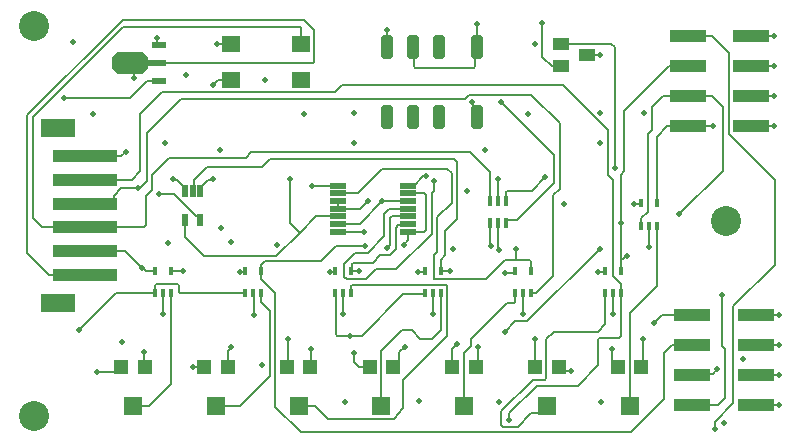
<source format=gbr>
%TF.GenerationSoftware,Altium Limited,Altium Designer,21.1.1 (26)*%
G04 Layer_Physical_Order=1*
G04 Layer_Color=255*
%FSLAX26Y26*%
%MOIN*%
%TF.SameCoordinates,5075B572-C75D-40FD-B4B0-80468548393A*%
%TF.FilePolarity,Positive*%
%TF.FileFunction,Copper,L1,Top,Signal*%
%TF.Part,Single*%
G01*
G75*
%TA.AperFunction,SMDPad,CuDef*%
%ADD10R,0.047244X0.047244*%
%ADD11R,0.062992X0.059055*%
%ADD12R,0.013780X0.027559*%
%ADD13R,0.122047X0.039370*%
G04:AMPARAMS|DCode=14|XSize=39.37mil|YSize=78.74mil|CornerRadius=9.842mil|HoleSize=0mil|Usage=FLASHONLY|Rotation=180.000|XOffset=0mil|YOffset=0mil|HoleType=Round|Shape=RoundedRectangle|*
%AMROUNDEDRECTD14*
21,1,0.039370,0.059055,0,0,180.0*
21,1,0.019685,0.078740,0,0,180.0*
1,1,0.019685,-0.009843,0.029528*
1,1,0.019685,0.009843,0.029528*
1,1,0.019685,0.009843,-0.029528*
1,1,0.019685,-0.009843,-0.029528*
%
%ADD14ROUNDEDRECTD14*%
G04:AMPARAMS|DCode=15|XSize=70.866mil|YSize=118.11mil|CornerRadius=0mil|HoleSize=0mil|Usage=FLASHONLY|Rotation=270.000|XOffset=0mil|YOffset=0mil|HoleType=Round|Shape=Octagon|*
%AMOCTAGOND15*
4,1,8,0.059055,0.017716,0.059055,-0.017716,0.041339,-0.035433,-0.041339,-0.035433,-0.059055,-0.017716,-0.059055,0.017716,-0.041339,0.035433,0.041339,0.035433,0.059055,0.017716,0.0*
%
%ADD15OCTAGOND15*%

%ADD16R,0.047244X0.019685*%
%ADD17R,0.062992X0.019685*%
%ADD18R,0.059055X0.055118*%
%ADD19R,0.055118X0.039370*%
G04:AMPARAMS|DCode=20|XSize=15.748mil|YSize=33.465mil|CornerRadius=3.937mil|HoleSize=0mil|Usage=FLASHONLY|Rotation=0.000|XOffset=0mil|YOffset=0mil|HoleType=Round|Shape=RoundedRectangle|*
%AMROUNDEDRECTD20*
21,1,0.015748,0.025591,0,0,0.0*
21,1,0.007874,0.033465,0,0,0.0*
1,1,0.007874,0.003937,-0.012795*
1,1,0.007874,-0.003937,-0.012795*
1,1,0.007874,-0.003937,0.012795*
1,1,0.007874,0.003937,0.012795*
%
%ADD20ROUNDEDRECTD20*%
G04:AMPARAMS|DCode=21|XSize=17.716mil|YSize=55.118mil|CornerRadius=1.949mil|HoleSize=0mil|Usage=FLASHONLY|Rotation=90.000|XOffset=0mil|YOffset=0mil|HoleType=Round|Shape=RoundedRectangle|*
%AMROUNDEDRECTD21*
21,1,0.017716,0.051221,0,0,90.0*
21,1,0.013819,0.055118,0,0,90.0*
1,1,0.003898,0.025610,0.006910*
1,1,0.003898,0.025610,-0.006910*
1,1,0.003898,-0.025610,-0.006910*
1,1,0.003898,-0.025610,0.006910*
%
%ADD21ROUNDEDRECTD21*%
G04:AMPARAMS|DCode=22|XSize=17.716mil|YSize=41.339mil|CornerRadius=1.949mil|HoleSize=0mil|Usage=FLASHONLY|Rotation=0.000|XOffset=0mil|YOffset=0mil|HoleType=Round|Shape=RoundedRectangle|*
%AMROUNDEDRECTD22*
21,1,0.017716,0.037441,0,0,0.0*
21,1,0.013819,0.041339,0,0,0.0*
1,1,0.003898,0.006910,-0.018721*
1,1,0.003898,-0.006910,-0.018721*
1,1,0.003898,-0.006910,0.018721*
1,1,0.003898,0.006910,0.018721*
%
%ADD22ROUNDEDRECTD22*%
%ADD23R,0.118110X0.062992*%
%ADD24R,0.216535X0.039370*%
%TA.AperFunction,Conductor*%
%ADD25C,0.008000*%
%TA.AperFunction,ViaPad*%
%ADD26C,0.019000*%
%ADD27C,0.100000*%
D10*
X2394796Y1205866D02*
D03*
X2473536D02*
D03*
X1567296D02*
D03*
X1646036D02*
D03*
X1370204D02*
D03*
X1291464D02*
D03*
X2118964D02*
D03*
X2197706D02*
D03*
X1015630D02*
D03*
X1094370D02*
D03*
X1843130D02*
D03*
X1921870D02*
D03*
X2749370D02*
D03*
X2670630D02*
D03*
D11*
X2434166Y1077914D02*
D03*
X1606666D02*
D03*
X1330834D02*
D03*
X2158336D02*
D03*
X1055000D02*
D03*
X1882500D02*
D03*
X2710000D02*
D03*
D12*
X2328826Y1527402D02*
D03*
X2380006D02*
D03*
Y1452598D02*
D03*
X2354416D02*
D03*
X2328826D02*
D03*
X2028972Y1527402D02*
D03*
X2080152D02*
D03*
Y1452598D02*
D03*
X2054562D02*
D03*
X2028972D02*
D03*
X1729118D02*
D03*
X1754708D02*
D03*
X1780298D02*
D03*
Y1527402D02*
D03*
X1729118D02*
D03*
X1429264D02*
D03*
X1480444D02*
D03*
Y1452598D02*
D03*
X1454854D02*
D03*
X1429264D02*
D03*
X1129410Y1527402D02*
D03*
X1180590D02*
D03*
Y1452598D02*
D03*
X1155000D02*
D03*
X1129410D02*
D03*
X2628678D02*
D03*
X2654268D02*
D03*
X2679858D02*
D03*
Y1527402D02*
D03*
X2628678D02*
D03*
X2749410Y1678448D02*
D03*
X2775000D02*
D03*
X2800590D02*
D03*
Y1753252D02*
D03*
X2749410D02*
D03*
D13*
X3131300Y1080000D02*
D03*
Y1180000D02*
D03*
X2918700Y1080000D02*
D03*
Y1180000D02*
D03*
X3131300Y1280000D02*
D03*
X2918700D02*
D03*
X3131300Y1380000D02*
D03*
X2918700D02*
D03*
X2903700Y2310238D02*
D03*
X3116300D02*
D03*
X2903700Y2210238D02*
D03*
X3116300D02*
D03*
X2903700Y2110238D02*
D03*
Y2010238D02*
D03*
X3116300Y2110238D02*
D03*
Y2010238D02*
D03*
D14*
X2200984Y2038780D02*
D03*
X2075000D02*
D03*
X1901772Y2275000D02*
D03*
X1988386D02*
D03*
X2075000D02*
D03*
X1988386Y2038780D02*
D03*
X1901772D02*
D03*
X2200984Y2275000D02*
D03*
D15*
X1043504Y2219882D02*
D03*
D16*
X1141930Y2278938D02*
D03*
Y2160826D02*
D03*
D17*
X1134056Y2219882D02*
D03*
D18*
X1380000Y2164700D02*
D03*
Y2282812D02*
D03*
X1615000Y2164700D02*
D03*
Y2282812D02*
D03*
D19*
X2568308Y2246654D02*
D03*
X2481692Y2209252D02*
D03*
Y2284056D02*
D03*
D20*
X2246170Y1760236D02*
D03*
X2297352Y1687402D02*
D03*
X2246170D02*
D03*
X2297352Y1760236D02*
D03*
X2271762Y1687402D02*
D03*
Y1760236D02*
D03*
D21*
X1971854Y1658228D02*
D03*
Y1683820D02*
D03*
Y1709410D02*
D03*
Y1735000D02*
D03*
Y1760592D02*
D03*
Y1786182D02*
D03*
Y1811772D02*
D03*
X1739570Y1658228D02*
D03*
Y1683820D02*
D03*
Y1709410D02*
D03*
Y1735000D02*
D03*
Y1760592D02*
D03*
Y1786182D02*
D03*
Y1811772D02*
D03*
D22*
X1279338Y1793228D02*
D03*
X1253748D02*
D03*
X1228158D02*
D03*
Y1696772D02*
D03*
X1279338D02*
D03*
D23*
X805926Y2003228D02*
D03*
Y1420552D02*
D03*
D24*
X894508Y1908740D02*
D03*
Y1515040D02*
D03*
Y1830000D02*
D03*
Y1593780D02*
D03*
Y1751260D02*
D03*
Y1672520D02*
D03*
D25*
X3027000Y1102000D02*
Y1267534D01*
X3016920Y1277614D02*
Y1446125D01*
Y1277614D02*
X3027000Y1267534D01*
X3005000Y1080000D02*
X3027000Y1102000D01*
X2876000Y1716000D02*
Y1716000D01*
X3020000Y1860000D01*
X3049478Y1976553D02*
X3195000Y1831031D01*
X3049477Y1976553D02*
X3049478D01*
X3195000Y1548000D02*
Y1831031D01*
X3041276Y1984754D02*
X3049477Y1976553D01*
X3041276Y1984754D02*
Y2252962D01*
X3056276Y1409276D02*
X3195000Y1548000D01*
X751686Y1673314D02*
X803314D01*
X720000Y1705000D02*
X751686Y1673314D01*
X803314D02*
X810000Y1680000D01*
X1020000Y2365000D02*
X1625000D01*
X702000Y1587726D02*
X774686Y1515040D01*
X720000Y1705000D02*
Y2039544D01*
X702000Y2047000D02*
X1020000Y2365000D01*
X702000Y1587726D02*
Y2047000D01*
X2246170Y1760236D02*
Y1855830D01*
X2177500Y1924500D02*
X2246170Y1855830D01*
X1430000Y1905000D02*
X1449500Y1924500D01*
X2177500D01*
X1118500Y1796734D02*
Y1848000D01*
X1098500Y1680000D02*
Y1776734D01*
X1118500Y1796734D01*
X1091020Y1672520D02*
X1098500Y1680000D01*
X894508Y1672520D02*
X1091020D01*
X1118500Y1848000D02*
X1175500Y1905000D01*
X1430000D01*
X1020456Y2340000D02*
X1610314D01*
X720000Y2039544D02*
X1020456Y2340000D01*
X1615000Y2282812D02*
Y2335314D01*
X1610314Y2340000D02*
X1615000Y2335314D01*
X1659000Y2224686D02*
Y2331000D01*
X1654314Y2220000D02*
X1659000Y2224686D01*
X1179360Y2220000D02*
X1654314D01*
X1625000Y2365000D02*
X1659000Y2331000D01*
X1812000Y1735000D02*
X1837617Y1760617D01*
X2685657Y1565657D02*
X2688180D01*
X2679858Y1603858D02*
X2680000Y1604000D01*
X2699023Y1576500D02*
X2702000D01*
X2679858Y1560000D02*
Y1603858D01*
X2680000Y1560000D02*
X2685657Y1565657D01*
X2688180D02*
X2699023Y1576500D01*
X2679858Y1527402D02*
Y1560000D01*
X2680000Y1604000D02*
Y1685500D01*
X2368833Y1358833D02*
X2610000Y1600000D01*
X2328833Y1358833D02*
X2368833D01*
X2295000Y1325000D02*
X2328833Y1358833D01*
X2382896Y1452000D02*
X2396544D01*
X2382298Y1452598D02*
X2382896Y1452000D01*
X2396544D02*
X2455000Y1510456D01*
X2380006Y1452598D02*
X2382298D01*
X2455000Y1510456D02*
Y1779820D01*
X2433000Y1300000D02*
X2458000Y1325000D01*
X2603678D01*
X2433000Y1169686D02*
Y1300000D01*
X2395000Y1206070D02*
Y1301117D01*
X2394796Y1205866D02*
X2395000Y1206070D01*
X2775000Y1605476D02*
Y1678448D01*
X2655000Y1509858D02*
Y1829442D01*
Y1509858D02*
X2679858Y1485000D01*
Y1685500D02*
Y1847942D01*
X2636500D02*
X2655000Y1829442D01*
X2603678Y1325000D02*
X2628678Y1350000D01*
X2080152Y1528000D02*
X2110000D01*
X1785362Y1480378D02*
X2096936D01*
X2102000Y1475314D01*
X1780298D02*
X1785362Y1480378D01*
X2059000Y1499622D02*
X2230622D01*
X2068000Y1705710D02*
X2117290Y1755000D01*
X2068000Y1589478D02*
Y1705710D01*
X2059000Y1580478D02*
X2068000Y1589478D01*
X2059000Y1499622D02*
Y1580478D01*
X2230622Y1499622D02*
X2295000Y1564000D01*
X2117290Y1755000D02*
Y1853710D01*
X2054562Y1382333D02*
Y1452598D01*
X875552Y1330552D02*
X875824D01*
X875000Y1330000D02*
X875552Y1330552D01*
X875824D02*
X997870Y1452598D01*
X1129410D01*
X1092063Y1208173D02*
Y1256897D01*
Y1208173D02*
X1094370Y1205866D01*
X825000Y2105000D02*
X1046078D01*
X1134056Y2219882D02*
X1179242D01*
X1100000D02*
X1134056D01*
X1179242D02*
X1179360Y2220000D01*
X1190694Y1782421D02*
X1190695D01*
X1188115Y1785000D02*
X1190694Y1782421D01*
X1140000Y1785000D02*
X1188115D01*
X2354416Y1382333D02*
Y1452598D01*
X2654268Y1382333D02*
Y1452598D01*
X1822300Y1658228D02*
X1823368Y1657159D01*
X1739570Y1658228D02*
X1822300D01*
X1812118Y1683820D02*
X1883222Y1760592D01*
X1739570Y1683820D02*
X1812118D01*
X1754708Y1382333D02*
Y1452598D01*
X2411252Y1055000D02*
X2434166Y1077914D01*
X2287686Y1007500D02*
X2336500D01*
X2383686Y1055000D02*
X2411252D01*
X2336500Y1007500D02*
X2379000Y1050000D01*
Y1050314D01*
X2383686Y1055000D01*
X2387000Y1165000D02*
X2428314D01*
X2433000Y1169686D01*
X2283000Y1061000D02*
X2387000Y1165000D01*
X2473536Y1205866D02*
X2484402Y1195000D01*
X2510000D01*
X2473536Y1205866D02*
X2481166Y1213496D01*
X2755000Y1211496D02*
Y1301117D01*
X2651279Y1225217D02*
X2670630Y1205866D01*
X2651279Y1225217D02*
Y1266236D01*
X2626276Y1525000D02*
X2628678Y1527402D01*
X2605000Y1525000D02*
X2626276D01*
X2295205Y1519535D02*
X2325936D01*
X2328826Y1522425D01*
Y1527402D01*
X2375314Y1564000D02*
X2380000Y1559314D01*
X2330000Y1564000D02*
X2375314D01*
X2330000D02*
Y1601500D01*
X2380000Y1527408D02*
X2380006Y1527402D01*
X2380000Y1527408D02*
Y1559314D01*
X2271761Y1832658D02*
X2271762Y1832658D01*
Y1760236D02*
Y1832658D01*
Y1760236D02*
X2271762Y1760236D01*
X2297352D02*
Y1790314D01*
X2302038Y1795000D02*
X2384000D01*
X2297352Y1790314D02*
X2302038Y1795000D01*
X2384000D02*
X2429000Y1840000D01*
X2271762Y1599888D02*
Y1687402D01*
X2246170Y1611330D02*
Y1687402D01*
X2271762Y1599888D02*
X2273162Y1598488D01*
X2246170Y1611330D02*
X2246500Y1611000D01*
X1804000Y1786182D02*
X1885843Y1868025D01*
X1990555Y1811772D02*
X2021203Y1842420D01*
X2028983D01*
X1971854Y1811772D02*
X1990555D01*
X2028983Y1842420D02*
X2031088Y1844525D01*
X2102975Y1868025D02*
X2117290Y1853710D01*
X1885843Y1868025D02*
X2102975D01*
X2059000Y1795000D02*
Y1826000D01*
X2050000Y1786000D02*
X2059000Y1795000D01*
X1300000Y1875000D02*
X1485000D01*
X1256480Y1831480D02*
X1300000Y1875000D01*
X1256480Y1795960D02*
Y1831480D01*
X1485000Y1875000D02*
X1510000Y1900000D01*
X1319895Y1829895D02*
X1322000Y1832000D01*
X1279338Y1805039D02*
X1304194Y1829895D01*
X1319895D01*
X1253748Y1793228D02*
X1256480Y1795960D01*
X1279338Y1793228D02*
Y1805039D01*
X2080152Y1528000D02*
Y1565152D01*
Y1527402D02*
Y1528000D01*
X1510000Y1900000D02*
X2125000D01*
X1202832Y1830365D02*
X1228158Y1805039D01*
X1191022Y1830365D02*
X1202832D01*
X1188917Y1832469D02*
X1191022Y1830365D01*
X1190695Y1782421D02*
X1263116Y1710000D01*
X1274480D01*
X1279338Y1705142D01*
Y1696772D02*
Y1705142D01*
X1232958Y1636398D02*
X1232958D01*
X1291356Y1578000D02*
X1533000D01*
X1232958Y1636398D02*
X1291356Y1578000D01*
X1228158Y1641198D02*
X1232958Y1636398D01*
X1649500Y1209330D02*
Y1265779D01*
X1646036Y1205866D02*
X1649500Y1209330D01*
X1570000Y1208570D02*
Y1301117D01*
X1567296Y1205866D02*
X1570000Y1208570D01*
X1100500Y1825500D02*
Y1986500D01*
X1079296Y1804296D02*
X1100500Y1825500D01*
X2746520Y1750000D02*
X2749410Y1752890D01*
X2725000Y1750000D02*
X2746520D01*
X2749410Y1752890D02*
Y1753252D01*
X1228158Y1793228D02*
Y1805039D01*
Y1641198D02*
Y1696772D01*
X1456677Y1383077D02*
X1458500Y1381254D01*
X1456677Y1383077D02*
Y1450775D01*
X1454854Y1452598D02*
X1456677Y1450775D01*
X1155000Y1382333D02*
Y1452598D01*
X999618Y1189854D02*
X1015630Y1205866D01*
X935070Y1189854D02*
X999618D01*
X1807508Y1205866D02*
X1843130D01*
X1791466Y1221908D02*
Y1252258D01*
Y1221908D02*
X1807508Y1205866D01*
X1882500Y1260000D02*
X1951866Y1329366D01*
X1882500Y1077914D02*
Y1260000D01*
X1817000Y1311000D02*
X1956000Y1450000D01*
X2026374D01*
X1778000Y1311000D02*
X1817000D01*
X1921870Y1205866D02*
X1941492Y1225488D01*
Y1256492D01*
X1960000Y1275000D01*
X2118964Y1268350D02*
X2133634Y1283020D01*
X2118964Y1205866D02*
Y1268350D01*
X2133634Y1283020D02*
Y1284085D01*
X1955000Y1162000D02*
X2102000Y1309000D01*
Y1475314D01*
X2204373Y1212533D02*
Y1273558D01*
X2197706Y1205866D02*
X2204373Y1212533D01*
X2749370Y1205866D02*
X2755000Y1211496D01*
X2918700Y1080000D02*
X3005000D01*
X2993237Y1023164D02*
X3056276Y1086203D01*
Y1409276D01*
X2987037Y1185037D02*
X3003000Y1201000D01*
X2188906Y2050858D02*
X2200984Y2038780D01*
X2183711Y2087664D02*
X2188906Y2082470D01*
Y2050858D02*
Y2082470D01*
X2183711Y2087664D02*
Y2090641D01*
X2159836Y2100000D02*
X2174686Y2114850D01*
X2382150D01*
X1214000Y2100000D02*
X2159836D01*
X2382150Y2114850D02*
X2476984Y2020016D01*
X1727072Y2123000D02*
X1750534Y2146462D01*
X2487538D01*
X2636500Y1997500D01*
X2026570Y1525000D02*
X2028972Y1527402D01*
X2005000Y1525000D02*
X2026570D01*
X1730000Y1315686D02*
Y1451716D01*
Y1315686D02*
X1734686Y1311000D01*
X1729118Y1452598D02*
X1730000Y1451716D01*
X1726716Y1525000D02*
X1729118Y1527402D01*
X1710000Y1525000D02*
X1726716D01*
X1682000Y1560000D02*
X1733000Y1611000D01*
X1495000Y1560000D02*
X1682000D01*
X1480444Y1424556D02*
X1510000Y1395000D01*
X1411914Y1077914D02*
X1510000Y1176000D01*
Y1395000D01*
X1211686Y1452598D02*
X1429264D01*
X1207000Y1457284D02*
Y1480314D01*
Y1457284D02*
X1211686Y1452598D01*
X1370204Y1205866D02*
Y1260204D01*
X1380000Y1270000D01*
X1253342Y1205866D02*
X1291464D01*
X1411215Y1524822D02*
X1426684D01*
X1429264Y1527402D01*
X1320340Y2146500D02*
X1338540Y2164700D01*
X1380000D01*
X1079000Y2050000D02*
X1152000Y2123000D01*
X1727072D01*
X1100500Y1986500D02*
X1214000Y2100000D01*
X1060241Y2189882D02*
X1070000D01*
Y2191323D01*
X1058808Y2188449D02*
X1060241Y2189882D01*
X1058808Y2170000D02*
Y2188449D01*
X1043504Y2219882D02*
X1100000D01*
X1070000Y2191323D02*
X1098559Y2219882D01*
X1014260Y1802000D02*
X1073000D01*
X1013740Y1908740D02*
X1030000Y1925000D01*
X894508Y1908740D02*
X1013740D01*
X1046078Y2105000D02*
X1101904Y2160826D01*
X1135000Y2284780D02*
X1140842Y2278938D01*
X1135000Y2284780D02*
Y2305000D01*
X1140842Y2278938D02*
X1141930D01*
X1101904Y2160826D02*
X1141930D01*
X894508Y1593780D02*
X1029046D01*
X1085803Y1540000D02*
X1098401Y1527402D01*
X1085000Y1540000D02*
X1085803D01*
X1029046Y1593780D02*
X1084777Y1538049D01*
X1098401Y1527402D02*
X1129410D01*
X1108504Y1077914D02*
X1180590Y1150000D01*
Y1452598D01*
X2993237Y1000815D02*
Y1023164D01*
X3131300Y1380000D02*
X3206824D01*
X2817000D02*
X2918700D01*
X2923737Y1185037D02*
X2987037D01*
X2791000Y1354000D02*
X2817000Y1380000D01*
X3131300Y1280000D02*
X3206824D01*
X3131300Y1180000D02*
X3206824D01*
X2918700D02*
X2923737Y1185037D01*
X3131300Y1080000D02*
X3206824D01*
X2095000Y1660848D02*
X2135290Y1701138D01*
X2080152Y1565152D02*
X2095000Y1580000D01*
Y1660848D01*
X990519Y1758688D02*
Y1778259D01*
X1014260Y1802000D01*
X983091Y1751260D02*
X990519Y1758688D01*
X894508Y1751260D02*
X983091D01*
X3020000Y1860000D02*
Y2075000D01*
X2985000Y2110000D02*
X3020000Y2075000D01*
X2835828Y2010238D02*
X2986500D01*
X3116300Y2110238D02*
X3191824D01*
X3116300Y2310238D02*
X3191824D01*
X3116300Y2010238D02*
X3191824D01*
X2945000Y2110000D02*
X2985000D01*
X3116300Y2210238D02*
X3191824D01*
X2984000Y2310238D02*
X3041276Y2252962D01*
X2770000Y1983000D02*
X2785000Y1998000D01*
X2770000Y1773130D02*
Y1983000D01*
X2770300Y1733674D02*
Y1772831D01*
X2770000Y1733374D02*
X2770300Y1733674D01*
X2770000Y1773130D02*
X2770300Y1772831D01*
X2749410Y1704410D02*
X2770000Y1725000D01*
Y1733374D01*
X2295000Y1564000D02*
X2330000D01*
X1653000Y1811772D02*
X1739570D01*
X1902000Y1604000D02*
X1912295Y1614295D01*
X1836734Y1587500D02*
X1892000Y1642766D01*
X1912295Y1702609D02*
X1919686Y1710000D01*
X1892000Y1718420D02*
X1908580Y1735000D01*
X1912295Y1614295D02*
Y1702609D01*
X1892000Y1642766D02*
Y1718420D01*
X1919686Y1710000D02*
X1971264D01*
X1180590Y1528000D02*
X1222000D01*
X1129410Y1480314D02*
X1134096Y1485000D01*
X1202314D01*
X1207000Y1480314D01*
X1129410Y1452598D02*
Y1480314D01*
X1533000Y1578000D02*
X1610000Y1655000D01*
X1579500Y1685500D02*
Y1833000D01*
X1579500Y1685500D02*
X1610000Y1655000D01*
X1664410Y1709410D01*
X1739570D01*
X2025314Y1786182D02*
X2030000Y1781496D01*
Y1662914D02*
Y1781496D01*
X1971854Y1658228D02*
X2025314D01*
X2030000Y1662914D01*
X1971854Y1786182D02*
X2025314D01*
X1780298Y1452598D02*
Y1475314D01*
X1734686Y1311000D02*
X1778000D01*
X1480444Y1424556D02*
Y1452598D01*
X1482243Y1547243D02*
X1495000Y1560000D01*
X1480444Y1527402D02*
X1482243Y1529201D01*
Y1547243D01*
X2135290Y1701138D02*
Y1889710D01*
X2125000Y1900000D02*
X2135290Y1889710D01*
X1767610Y1499622D02*
X1832482D01*
X1795048Y1587500D02*
X1836734D01*
X1787874Y1554870D02*
X1853870D01*
X1759408Y1507823D02*
X1767610Y1499622D01*
X1759408Y1551860D02*
X1795048Y1587500D01*
X1783188Y1550184D02*
X1787874Y1554870D01*
X1783188Y1530292D02*
Y1550184D01*
X1853870Y1554870D02*
X1879188Y1580188D01*
X1780298Y1527402D02*
X1808000D01*
X1759408Y1507823D02*
Y1551860D01*
X1780298Y1527402D02*
X1783188Y1530292D01*
X1911422Y1580188D02*
X1930295Y1599061D01*
Y1671744D01*
X1939638Y1681086D01*
X1879188Y1580188D02*
X1911422D01*
X1971264Y1710000D02*
X1971854Y1709410D01*
X1969120Y1681086D02*
X1971854Y1683820D01*
X1939638Y1681086D02*
X1969120D01*
X1994686Y2205000D02*
X2190314D01*
X2195000Y2209686D02*
Y2269016D01*
X1990000Y2209686D02*
Y2273386D01*
Y2209686D02*
X1994686Y2205000D01*
X2190314D02*
X2195000Y2209686D01*
X1988386Y2275000D02*
X1990000Y2273386D01*
X2195000Y2269016D02*
X2200984Y2275000D01*
X2026374Y1450000D02*
X2028972Y1452598D01*
X2301000Y1420000D02*
X2324140D01*
X2181000Y1300000D02*
X2301000Y1420000D01*
X2328826Y1424686D02*
Y1452598D01*
X2324140Y1420000D02*
X2328826Y1424686D01*
X2679858Y1309686D02*
Y1452598D01*
X2605922Y1300314D02*
X2610608Y1305000D01*
X2675172D02*
X2679858Y1309686D01*
X2605922Y1213922D02*
Y1300314D01*
X2610608Y1305000D02*
X2675172D01*
X2280000Y2091000D02*
X2458984Y1912016D01*
Y1821484D02*
Y1912016D01*
X774686Y1515040D02*
X894508D01*
X2785000Y2075000D02*
X2820238Y2110238D01*
X1951866Y1329366D02*
X1983492D01*
X2283000Y1012186D02*
X2287686Y1007500D01*
X2283000Y1012186D02*
Y1061000D01*
X2307000Y1052000D02*
X2400000Y1145000D01*
X2307000Y1031000D02*
Y1052000D01*
X2820238Y2110238D02*
X2903700D01*
X2297352Y1696000D02*
X2333500D01*
X1739000Y1735000D02*
Y1760592D01*
X2903700Y2310238D02*
X2984000D01*
X1180590Y1527402D02*
Y1528000D01*
X1733000Y1611000D02*
X1827000D01*
X1606666Y1077914D02*
X1661086D01*
X1704614Y1034386D01*
X1926000D01*
X1955000Y1070000D01*
Y1162000D01*
X2455000Y1779820D02*
X2476984Y1801804D01*
Y2020016D01*
X2537000Y1145000D02*
X2605922Y1213922D01*
X2400000Y1145000D02*
X2537000D01*
X2679858Y1847942D02*
X2691000Y1859084D01*
Y2060000D01*
X2841238Y2210238D01*
X2903700D01*
X2050000Y1649000D02*
Y1786000D01*
X1933000Y1532000D02*
X2050000Y1649000D01*
X1864860Y1532000D02*
X1933000D01*
X1832482Y1499622D02*
X1864860Y1532000D01*
X1908580Y1735000D02*
X1971854D01*
X1883222Y1760592D02*
X1971854D01*
Y1628854D02*
Y1658228D01*
X1958000Y1615000D02*
X1971854Y1628854D01*
X1480444Y1501178D02*
Y1527402D01*
Y1501178D02*
X1529000Y1452622D01*
Y1074000D02*
Y1452622D01*
Y1074000D02*
X1613500Y989500D01*
X2714500D01*
X2825000Y1100000D01*
Y1255000D01*
X2850000Y1280000D01*
X2918700D01*
X2297352Y1687402D02*
Y1696000D01*
X2333500D02*
X2458984Y1821484D01*
X1739570Y1786182D02*
X1804000D01*
X1739570Y1735000D02*
X1812000D01*
X2418000Y2241252D02*
Y2355000D01*
Y2241252D02*
X2450000Y2209252D01*
X2481692D01*
X894508Y1830000D02*
X1050000D01*
X1079000Y1859000D01*
Y2050000D01*
X2636500Y1847942D02*
Y1997500D01*
X2679858Y1452598D02*
Y1485000D01*
X2660000Y1871000D02*
Y2273056D01*
X2649000Y2284056D02*
X2660000Y2273056D01*
X2481692Y2284056D02*
X2649000D01*
X2200984Y2349984D02*
X2202000Y2351000D01*
X2200984Y2275000D02*
Y2349984D01*
X2785000Y1998000D02*
Y2075000D01*
X2749410Y1678448D02*
Y1704410D01*
X2080152Y1331152D02*
Y1452598D01*
X2050000Y1301000D02*
X2080152Y1331152D01*
X2011858Y1301000D02*
X2050000D01*
X1983492Y1329366D02*
X2011858Y1301000D01*
X2800590Y1476590D02*
Y1678448D01*
X2710000Y1386000D02*
X2800590Y1476590D01*
X2710000Y1077914D02*
Y1386000D01*
X2628678Y1350000D02*
Y1452598D01*
X1330834Y1077914D02*
X1411914D01*
X2158336D02*
Y1253336D01*
X2181000Y1276000D01*
Y1300000D01*
X2800590Y1753252D02*
Y1975000D01*
X2835828Y2010238D01*
X1055000Y1077914D02*
X1108504D01*
X1739000Y1760592D02*
X1739570D01*
X1739000Y1735000D02*
X1739570D01*
X1335972Y2282812D02*
X1380000D01*
X1901772Y2275000D02*
Y2328872D01*
X2568308Y2246654D02*
X2610368D01*
D26*
X3016920Y1446125D02*
D03*
X2876000Y1716000D02*
D03*
X855000Y2290000D02*
D03*
X1615000Y2165000D02*
D03*
X1792034Y1952598D02*
D03*
Y2054962D02*
D03*
X1837617Y1760617D02*
D03*
X1495000Y2165000D02*
D03*
X2702000Y1576500D02*
D03*
X2610000Y1600000D02*
D03*
X2395000Y1301117D02*
D03*
X2775000Y1605476D02*
D03*
X2679858Y1685500D02*
D03*
X2354416Y1382333D02*
D03*
X2295000Y1325000D02*
D03*
X2110000Y1528000D02*
D03*
X2054562Y1382333D02*
D03*
X875824Y1330552D02*
D03*
X1092063Y1256897D02*
D03*
X825000Y2105000D02*
D03*
X1140000Y1785000D02*
D03*
X2654268Y1382333D02*
D03*
X1823368Y1657159D02*
D03*
X1754708Y1382333D02*
D03*
X2515000Y1195000D02*
D03*
X2755000Y1301117D02*
D03*
X2651279Y1266236D02*
D03*
X2605000Y1525000D02*
D03*
X2295205Y1519535D02*
D03*
X2330000Y1601500D02*
D03*
X2271761Y1832658D02*
D03*
X2273162Y1598488D02*
D03*
X2246500Y1611000D02*
D03*
X2031088Y1844525D02*
D03*
X2059000Y1826000D02*
D03*
X1322000Y1832000D02*
D03*
X1188917Y1832469D02*
D03*
X1649500Y1265779D02*
D03*
X1570000Y1301117D02*
D03*
X2725000Y1750000D02*
D03*
X1458500Y1381254D02*
D03*
X1155000Y1382333D02*
D03*
X935070Y1189854D02*
D03*
X1791466Y1252258D02*
D03*
X1960000Y1275000D02*
D03*
X2133634Y1284085D02*
D03*
X2204373Y1273558D02*
D03*
X3087842Y1235224D02*
D03*
X3003000Y1201000D02*
D03*
X2183711Y2090641D02*
D03*
X2120000Y1600000D02*
D03*
X2005000Y1525000D02*
D03*
X1710000D02*
D03*
X1484174Y1215000D02*
D03*
X1380000Y1273560D02*
D03*
X1253342Y1205866D02*
D03*
X1411215Y1524822D02*
D03*
X1018901Y1288988D02*
D03*
X1320340Y2146500D02*
D03*
X1230000Y2180000D02*
D03*
X1058808Y2170000D02*
D03*
X1073000Y1802000D02*
D03*
X1030000Y1925000D02*
D03*
X922152Y2051207D02*
D03*
X1625000Y2050000D02*
D03*
X1345000Y1930000D02*
D03*
X1135000Y2305000D02*
D03*
X1084777Y1538049D02*
D03*
X3025150Y1021535D02*
D03*
X2993237Y1000815D02*
D03*
X3206824Y1380000D02*
D03*
X2791000Y1354000D02*
D03*
X3206824Y1280000D02*
D03*
Y1180000D02*
D03*
Y1080000D02*
D03*
X2986500Y2010238D02*
D03*
X3191824Y2310238D02*
D03*
Y2110238D02*
D03*
Y2010238D02*
D03*
Y2210238D02*
D03*
X1348015Y1670090D02*
D03*
X1653000Y1811772D02*
D03*
X2006594Y1093978D02*
D03*
X1535405Y1613639D02*
D03*
X1382034Y1623820D02*
D03*
X2280000Y2091000D02*
D03*
X2307000Y1031000D02*
D03*
X1222000Y1528000D02*
D03*
X1827000Y1611000D02*
D03*
X1808000Y1527402D02*
D03*
X1579500Y1833000D02*
D03*
X1958000Y1615000D02*
D03*
X1902000Y1604000D02*
D03*
X2429000Y1840000D02*
D03*
X1883222Y1760592D02*
D03*
X2418000Y2355000D02*
D03*
X2660000Y1871000D02*
D03*
X2202000Y2351000D02*
D03*
X2167966Y1795000D02*
D03*
X1778000Y1311000D02*
D03*
X1335972Y2282812D02*
D03*
X2615790Y1090042D02*
D03*
X1901772Y2328872D02*
D03*
X2612966Y2054962D02*
D03*
X2610368Y2246654D02*
D03*
X1172966Y1618818D02*
D03*
X1760348Y1090042D02*
D03*
X1162966Y1952598D02*
D03*
X2273614Y1090042D02*
D03*
X2227034Y1928978D02*
D03*
X2489934Y1751024D02*
D03*
X2372034Y2051026D02*
D03*
X2612966Y1952598D02*
D03*
X2394028Y2284056D02*
D03*
X2757966Y2054962D02*
D03*
D27*
X725000Y1045000D02*
D03*
Y2345000D02*
D03*
X3030000Y1695000D02*
D03*
%TF.MD5,706ced2ce8e7a6ffc090bbf955a8fb52*%
M02*

</source>
